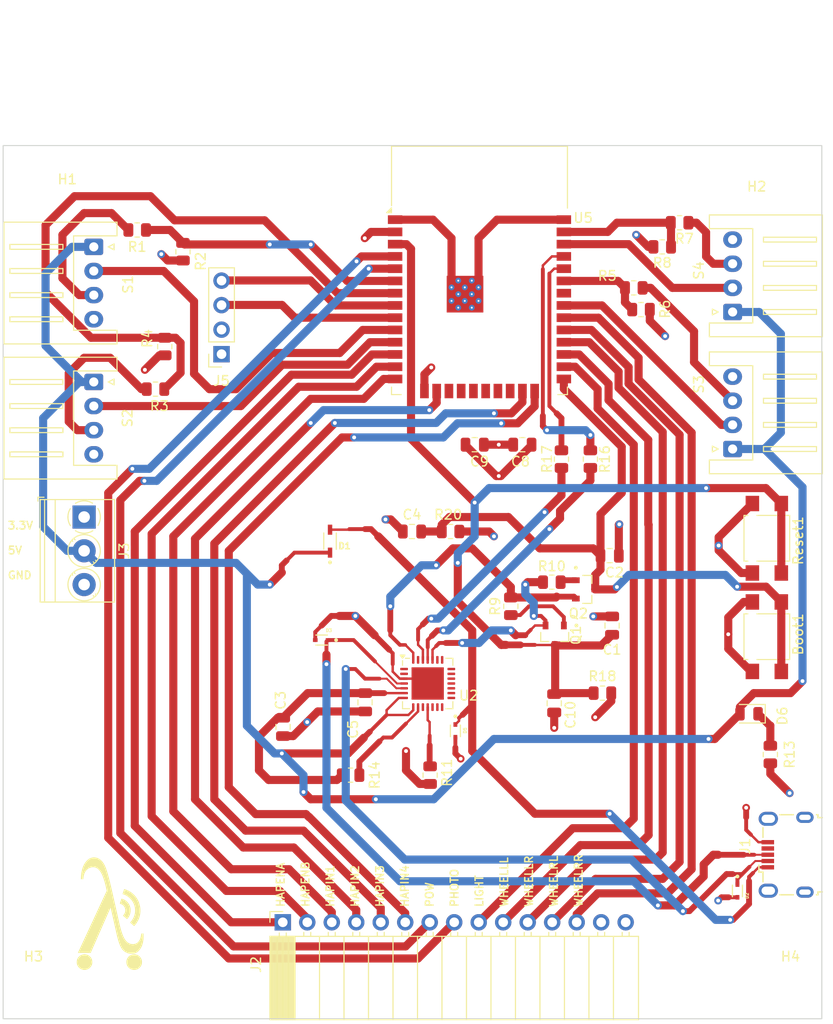
<source format=kicad_pcb>
(kicad_pcb (version 20240108) (generator "pcbnew") (generator_version "8.0")
  (layers (0 "F.Cu" signal) (1 "In1.Cu" power) (2 "In2.Cu" power) (31 "B.Cu" signal) (34 "B.Paste" user) (35 "F.Paste" user) (36 "B.SilkS" user "B.Silkscreen") (37 "F.SilkS" user "F.Silkscreen") (38 "B.Mask" user) (39 "F.Mask" user) (44 "Edge.Cuts" user))
  (net 0 "")
  (net 1 "GND")
  (net 2 "/EN")
  (net 3 "/Wheel_L_RPWM")
  (net 4 "+3.3V")
  (net 5 "+5V")
  (net 6 "/VBUS")
  (net 7 "/USB_DN")
  (net 8 "/USB_DP")
  (net 10 "/SCL")
  (net 11 "/SDA")
  (net 12 "Net-(Q1-Pad1)")
  (net 13 "/RTS")
  (net 14 "Net-(Q2-Pad1)")
  (net 15 "/DTR")
  (net 16 "Net-(S1-Pin_3)")
  (net 17 "/ECHO_1")
  (net 18 "Net-(S3-Pin_3)")
  (net 19 "/ECHO_3")
  (net 20 "Net-(S4-Pin_3)")
  (net 21 "/ECHO_4")
  (net 22 "/ACTIVE")
  (net 23 "Net-(U2-VDD)")
  (net 24 "/TXD0")
  (net 25 "/RXD")
  (net 26 "/RXD0")
  (net 27 "/TXD")
  (net 28 "/TRIG_1")
  (net 29 "/TRIG_3")
  (net 30 "/TRIG_4")
  (net 31 "/DCD")
  (net 32 "/RI")
  (net 45 "/CTS")
  (net 46 "/DSR")
  (net 47 "/Wheel_L_LPWM")
  (net 55 "/Wheel_R_RPWM")
  (net 56 "/Wheel_R_LPWM")
  (net 57 "/Haptics-ENB_PWM")
  (net 58 "/Haptics-IN2")
  (net 59 "Net-(U2-~{RST})")
  (net 60 "/Haptics-ENA_PWM")
  (net 61 "/Haptics-IN1")
  (net 62 "/P0W-IO13-16")
  (net 63 "/Haptics-IN3")
  (net 64 "/LIGHT-IO4-26")
  (net 65 "/Haptics-IN4")
  (net 66 "/BOOT")
  (net 67 "/PHOTO-IO2-24")
  (net 68 "Net-(S2-Pin_3)")
  (net 69 "/ECHO_2")
  (net 70 "/TRIG_2")
  (net 71 "Net-(D6-K)")
  (footprint "Connector_USB:USB_Micro-B_Wuerth_629105150521" (layer "F.Cu") (at 195.8 122 90)
    (property "Reference" "J1")
    (property "Value" "USB_B_Micro" (hide yes))
  )
  (footprint "Connector_PinSocket_2.54mm:PinSocket_1x04_P2.54mm_Vertical" (layer "F.Cu") (at 137.25 70.12 180)
    (property "Reference" "J5")
    (property "Value" "Conn_01x04_Socket" (hide yes))
  )
  (footprint "MountingHole:MountingHole_2.2mm_M2" (layer "F.Cu") (at 196.25 135.75)
    (property "Reference" "H4")
    (property "Value" "MountingHole" (hide yes))
  )
  (footprint "Resistor_SMD:R_0805_2012Metric" (layer "F.Cu") (at 182.95 59 180)
    (property "Reference" "R8")
    (property "Value" "2k")
  )
  (footprint "footprints:TRANS_SS8050-G" (layer "F.Cu") (at 171.8 99.25 -90)
    (property "Reference" "Q1")
    (property "Value" "SS8050-G" (hide yes))
  )
  (footprint "Capacitor_SMD:C_0805_2012Metric" (layer "F.Cu") (at 177.5 91)
    (property "Reference" "C2")
    (property "Value" "0.1uF")
  )
  (footprint "Capacitor_SMD:C_0805_2012Metric" (layer "F.Cu") (at 171.75 106.3 -90)
    (property "Reference" "C10")
    (property "Value" "0.1uF")
  )
  (footprint "Button_Switch_SMD:SW_SPST_TL3305A" (layer "F.Cu") (at 193.8 99.4 90)
    (property "Reference" "Boot1")
    (property "Value" "SW_Push" (hide yes))
  )
  (footprint "Resistor_SMD:R_0805_2012Metric" (layer "F.Cu") (at 158.88026 113.75 -90)
    (property "Reference" "R11")
    (property "Value" "10k")
  )
  (footprint "Resistor_SMD:R_0805_2012Metric" (layer "F.Cu") (at 131.3625 69.33125 -90)
    (property "Reference" "R4")
    (property "Value" "2k")
  )
  (footprint "Capacitor_SMD:C_0805_2012Metric" (layer "F.Cu") (at 143.63026 108.75 -90)
    (property "Reference" "C3")
    (property "Value" "4.7uF")
  )
  (footprint "Resistor_SMD:R_0805_2012Metric" (layer "F.Cu") (at 161 88.5 180)
    (property "Reference" "R20")
    (property "Value" "10k")
  )
  (footprint "Resistor_SMD:R_0805_2012Metric" (layer "F.Cu") (at 167.25 96.25 -90)
    (property "Reference" "R9")
    (property "Value" "10k")
  )
  (footprint "Resistor_SMD:R_0805_2012Metric" (layer "F.Cu") (at 150.63026 113.75 180)
    (property "Reference" "R14")
    (property "Value" "10k")
  )
  (footprint "Connector_JST:JST_XH_S4B-XH-A_1x04_P2.50mm_Horizontal" (layer "F.Cu") (at 190.25 65.75 90)
    (property "Reference" "S4")
    (property "Value" "Conn_01x04_Socket" (hide yes))
  )
  (footprint "Capacitor_SMD:C_0805_2012Metric" (layer "F.Cu") (at 152.13026 106.2 -90)
    (property "Reference" "C5")
    (property "Value" "0.1uF")
  )
  (footprint "footprints:TRANS_SS8050-G" (layer "F.Cu") (at 175 94.5)
    (property "Reference" "Q2")
    (property "Value" "SS8050-G" (hide yes))
  )
  (footprint "Resistor_SMD:R_0805_2012Metric" (layer "F.Cu") (at 171.5 93.75)
    (property "Reference" "R10")
    (property "Value" "10k")
  )
  (footprint "Button_Switch_SMD:SW_SPST_TL3305A" (layer "F.Cu") (at 193.8 89.2 90)
    (property "Reference" "Reset1")
    (property "Value" "SW_Push" (hide yes))
  )
  (footprint "TerminalBlock_Phoenix:TerminalBlock_Phoenix_PT-1,5-3-3.5-H_1x03_P3.50mm_Horizontal" (layer "F.Cu") (at 123 87 -90)
    (property "Reference" "J3")
    (property "Value" "Screw_Terminal_01x03" (hide yes))
  )
  (footprint "MountingHole:MountingHole_2.2mm_M2" (layer "F.Cu") (at 196.25 51.75)
    (property "Reference" "H2")
    (property "Value" "MountingHole" (hide yes))
  )
  (footprint "Resistor_SMD:R_0805_2012Metric" (layer "F.Cu") (at 184.75 56.5 180)
    (property "Reference" "R7")
    (property "Value" "1k")
  )
  (footprint "Resistor_SMD:R_0805_2012Metric" (layer "F.Cu") (at 128.5 57.25)
    (property "Reference" "R1")
    (property "Value" "1k")
  )
  (footprint "PCB design:lambda" (layer "F.Cu") (at 125.75 127.25)
    (property "Reference" "G***" (hide yes))
    (property "Value" "LOGO" (hide yes))
  )
  (footprint "Resistor_SMD:R_0805_2012Metric" (layer "F.Cu") (at 176.75 105.25 180)
    (property "Reference" "R18")
    (property "Value" "10k")
  )
  (footprint "Capacitor_SMD:C_0805_2012Metric" (layer "F.Cu") (at 168.45 79.5)
    (property "Reference" "C8")
    (property "Value" "22uF")
  )
  (footprint "Resistor_SMD:R_0805_2012Metric" (layer "F.Cu") (at 172.5 81 -90)
    (property "Reference" "R17")
    (property "Value" "0")
  )
  (footprint "Capacitor_SMD:C_0805_2012Metric" (layer "F.Cu") (at 177.75 98.25 90)
    (property "Reference" "C1")
    (property "Value" "0.1uF")
  )
  (footprint "Connector_JST:JST_XH_S4B-XH-A_1x04_P2.50mm_Horizontal" (layer "F.Cu") (at 124 73 -90)
    (property "Reference" "S2")
    (property "Value" "Conn_01x04_Socket" (hide yes))
  )
  (footprint "footprints:TVS_LESD5D5.0CT1G" (layer "F.Cu") (at 161.5 109.16 -90)
    (property "Reference" "D5")
    (property "Value" "LESD5D5.0CT1G")
  )
  (footprint "Connector_PinSocket_2.54mm:PinSocket_1x15_P2.54mm_Horizontal" (layer "F.Cu") (at 143.6 129 90)
    (property "Reference" "J2")
    (property "Value" "Conn_01x15_Socket" (hide yes))
  )
  (footprint "MountingHole:MountingHole_2.2mm_M2" (layer "F.Cu") (at 117.75 51.75)
    (property "Reference" "H1")
    (property "Value" "MountingHole" (hide yes))
  )
  (footprint "LED_SMD:LED_0805_2012Metric" (layer "F.Cu") (at 191.95 107.3875 180)
    (property "Reference" "D6")
    (property "Value" "Power-LED")
  )
  (footprint "RF_Module:ESP32-WROOM-32D" (layer "F.Cu") (at 164 64.43)
    (property "Reference" "U5")
    (property "Value" "ESP32-WROOM-32D" (hide yes))
  )
  (footprint "Resistor_SMD:R_0805_2012Metric" (layer "F.Cu") (at 133.25 59.5 -90)
    (property "Reference" "R2")
    (property "Value" "2k")
  )
  (footprint "footprints:SOD2513X120N" (layer "F.Cu") (at 148.5 89.5 90)
    (property "Reference" "D1")
    (property "Value" "BAT760-7")
  )
  (footprint "footprints:TVS_LESD5D5.0CT1G" (layer "F.Cu") (at 190.75 125.75 -90)
    (property "Reference" "D2")
    (property "Value" "LESD5D5.0CT1G" (hide yes))
  )
  (footprint "footprints:TVS_LESD5D5.0CT1G" (layer "F.Cu") (at 147.63026 99.75 180)
    (property "Reference" "D3")
    (property "Value" "LESD5D5.0CT1G" (hide yes))
  )
  (footprint "Resistor_SMD:R_0805_2012Metric" (layer "F.Cu") (at 130.4 73.74375)
    (property "Reference" "R3")
    (property "Value" "1k")
  )
  (footprint "Connector_JST:JST_XH_S4B-XH-A_1x04_P2.50mm_Horizontal" (layer "F.Cu") (at 124 59 -90)
    (property "Reference" "S1")
    (property "Value" "Conn_01x04_Socket" (hide yes))
  )
  (footprint "Capacitor_SMD:C_0805_2012Metric" (layer "F.Cu") (at 163.5 79.5 180)
    (property "Reference" "C9")
    (property "Value" "0.1uF")
  )
  (footprint "Resistor_SMD:R_0805_2012Metric" (layer "F.Cu") (at 180.75 65.5)
    (property "Reference" "R6")
    (property "Value" "2k")
  )
  (footprint "Package_DFN_QFN:QFN-28-1EP_5x5mm_P0.5mm_EP3.35x3.35mm" (layer "F.Cu") (at 158.63 104.25)
    (property "Reference" "U2")
    (property "Value" "CP2102N-Axx-xQFN28" (hide yes))
  )
  (footprint "Resistor_SMD:R_0805_2012Metric" (layer "F.Cu") (at 194.1625 111.6125 -90)
    (property "Reference" "R13")
    (property "Value" "1k")
  )
  (footprint "MountingHole:MountingHole_2.2mm_M2" (layer "F.Cu") (at 117.75 135.75)
    (property "Reference" "H3")
    (property "Value" "MountingHole" (hide yes))
  )
  (footprint "Connector_JST:JST_XH_S4B-XH-A_1x04_P2.50mm_Horizontal" (layer "F.Cu") (at 190.25 79.95 90)
    (property "Reference" "S3")
    (property "Value" "Conn_01x04_Socket" (hide yes))
  )
  (footprint "Resistor_SMD:R_0805_2012Metric" (layer "F.Cu") (at 175.5 81 -90)
    (property "Reference" "R16")
    (property "Value" "0")
  )
  (footprint "Capacitor_SMD:C_0805_2012Metric" (layer "F.Cu") (at 157 88.5 180)
    (property "Reference" "C4")
    (property "Value" "0.1uF")
  )
  (footprint "Resistor_SMD:R_0805_2012Metric" (layer "F.Cu") (at 180 63.25 180)
    (property "Reference" "R5")
    (property "Value" "1k")
  )
  (gr_rect (start 114.6 48.5) (end 199.5 139) (stroke (width 0.1)) (fill none) (layer "Edge.Cuts"))
  (gr_text "HAPENA\n\nHAPENB\n\nHAPIN1\n\nHAPIN2\n\nHAPIN3\n\nHAPIN4\n\nPOW\n\nPHOTO\n\nLIGHT\n\nWHEELLL\n\nWHEELLR\n\nWHEELRL\n\nWHEELRR" (at 174.75 127.5 90) (layer "F.SilkS") (effects (font (size 0.8 0.8)) (justify left bottom)))
  (gr_text "3.3V\n\n5V\n\nGND" (at 115 93.5 0) (layer "F.SilkS") (effects (font (size 0.8 0.8)) (justify left bottom)))
  (segment (start 162.05 112.05) (end 161.5 111.5) (width 0.608) (layer "F.Cu") (net 1))
  (segment (start 191.4 95.8) (end 192.3 95.8) (width 0.8382) (layer "F.Cu") (net 1))
  (segment (start 158.29 72.21) (end 159 71.5) (width 0.8382) (layer "F.Cu") (net 1))
  (segment (start 189.8 99.15) (end 189.8 100.65) (width 0.8382) (layer "F.Cu") (net 1))
  (segment (start 133.25 60.4125) (end 131.6625 60.4125) (width 0.8382) (layer "F.Cu") (net 1))
  (segment (start 192.155 119.925) (end 192.93 120.7) (width 0.25) (layer "F.Cu") (net 1))
  (segment (start 159.18 56.18) (end 161.1 58.1) (width 0.8382) (layer "F.Cu") (net 1))
  (segment (start 166.21102 82.75) (end 169.4 79.56102) (width 0.8382) (layer "F.Cu") (net 1))
  (segment (start 153.13026 99.25) (end 151.13026 97.25) (width 0.8382) (layer "F.Cu") (net 1))
  (segment (start 156.05 88.5) (end 154.8 87.25) (width 0.8382) (layer "F.Cu") (net 1))
  (segment (start 181.6625 65.5) (end 181.6625 66.6625) (width 0.8382) (layer "F.Cu") (net 1))
  (segment (start 157.79276 114.6625) (end 158.88026 114.6625) (width 0.8382) (layer "F.Cu") (net 1))
  (segment (start 158.29 73.94) (end 158.29 72.21) (width 0.8382) (layer "F.Cu") (net 1))
  (segment (start 182.0375 59) (end 181.5 59) (width 0.8382) (layer "F.Cu") (net 1))
  (segment (start 161.5 110.9) (end 161.5 109.80026) (width 0.402) (layer "F.Cu") (net 1))
  (segment (start 166 82.75) (end 166.21102 82.75) (width 0.8382) (layer "F.Cu") (net 1))
  (segment (start 169.4 79.56102) (end 169.4 79.5) (width 0.8382) (layer "F.Cu") (net 1))
  (segment (start 152.13026 107.15) (end 147.23026 107.15) (width 0.8382) (layer "F.Cu") (net 1))
  (segment (start 194.1625 113.6125) (end 196.1625 115.6125) (width 0.8382) (layer "F.Cu") (net 1))
  (segment (start 155 103.01974) (end 155.73026 103.75) (width 0.25) (layer "F.Cu") (net 1))
  (segment (start 131.6625 60.4125) (end 131 59.75) (width 0.8382) (layer "F.Cu") (net 1))
  (segment (start 188.8 89.1) (end 192.3 85.6) (width 0.8382) (layer "F.Cu") (net 1))
  (segment (start 171.75 108.85) (end 171.75 107.25) (width 0.8382) (layer "F.Cu") (net 1))
  (segment (start 154.63026 100.75) (end 153.13026 99.25) (width 0.605) (layer "F.Cu") (net 1))
  (segment (start 155 101.11974) (end 154.63026 100.75) (width 0.402) (layer "F.Cu") (net 1))
  (segment (start 181.5 59) (end 180.25 57.75) (width 0.8382) (layer "F.Cu") (net 1))
  (segment (start 156.38026 111.25) (end 156.38026 113.25) (width 0.8382) (layer "F.Cu") (net 1))
  (segment (start 178.45 91) (end 178.45 87.8) (width 0.8382) (layer "F.Cu") (net 1))
  (segment (start 155 102.25) (end 155 101.11974) (width 0.402) (layer "F.Cu") (net 1))
  (segment (start 129.3 71.74375) (end 130.8 70.24375) (width 0.8382) (layer "F.Cu") (net 1))
  (segment (start 144.68026 109.7) (end 146.13026 108.25) (width 0.8382) (layer "F.Cu") (net 1))
  (segment (start 189.8 99.15) (end 189.8 97.4) (width 0.8382) (layer "F.Cu") (net 1))
  (segment (start 189.8 100.65) (end 192.15 103) (width 0.8382) (layer "F.Cu") (net 1))
  (segment (start 147.63026 98.25) (end 146.97026 98.91) (width 0.402) (layer "F.Cu") (net 1))
  (segment (start 154.8 87.25) (end 154.25 87.25) (width 0.8382) (layer "F.Cu") (net 1))
  (segment (start 156.18 103.75) (end 158.13 103.75) (width 0.25) (layer "F.Cu") (net 1))
  (segment (start 148.63026 97.25) (end 149.47026 97.25) (width 0.605) (layer "F.Cu") (net 1))
  (segment (start 163.9 58.1) (end 163.9 62.5) (width 0.8382) (layer "F.Cu") (net 1))
  (segment (start 156.38026 113.25) (end 157.79276 114.6625) (width 0.8382) (layer "F.Cu") (net 1))
  (segment (start 189.8 97.4) (end 191.4 95.8) (width 0.8382) (layer "F.Cu") (net 1))
  (segment (start 191.15 92.8) (end 192.3 92.8) (width 0.8382) (layer "F.Cu") (net 1))
  (segment (start 143.63026 109.7) (end 144.68026 109.7) (width 0.8382) (layer "F.Cu") (net 1))
  (segment (start 155 102.25) (end 155 103.01974) (width 0.25) (layer "F.Cu") (net 1))
  (segment (start 191.655 117.125) (end 191.655 118.125) (width 0.605) (layer "F.Cu") (net 1))
  (segment (start 165.73898 82.75) (end 162.55 79.56102) (width 0.8382) (layer "F.Cu") (net 1))
  (segment (start 155.73026 103.75) (end 156.18 103.75) (width 0.25) (layer "F.Cu") (net 1))
  (segment (start 149.47026 97.25) (end 151.13026 97.25) (width 0.8382) (layer "F.Cu") (net 1))
  (segment (start 194.1625 112.525) (end 194.1625 113.6125) (width 0.8382) (layer "F.Cu") (net 1))
  (segment (start 166 82.75) (end 165.73898 82.75) (width 0.8382) (layer "F.Cu") (net 1))
  (segment (start 192.93 120.7) (end 193.9 120.7) (width 0.25) (layer "F.Cu") (net 1))
  (segment (start 181.6625 66.6625) (end 183.25 68.25) (width 0.8382) (layer "F.Cu") (net 1))
  (segment (start 191.655 119.425) (end 191.655 118.125) (width 0.402) (layer "F.Cu") (net 1))
  (segment (start 161.5 111.5) (end 161.5 110.9) (width 0.608) (layer "F.Cu") (net 1))
  (segment (start 188.8 89.95) (end 188.8 89.1) (width 0.8382) (layer "F.Cu") (net 1))
  (segment (start 177.75 97.3) (end 175.8 97.3) (width 0.8382) (layer "F.Cu") (net 1))
  (segment (start 130.8 70.24375) (end 131.3625 70.24375) (width 0.8382) (layer "F.Cu") (net 1))
  (segment (start 147.63026 98.25) (end 148.63026 97.25) (width 0.605) (layer "F.Cu") (net 1))
  (segment (start 165.82 56.18) (end 163.9 58.1) (width 0.8382) (layer "F.Cu") (net 1))
  (segment (start 146.97026 98.91) (end 146.97026 99.75) (width 0.402) (layer "F.Cu") (net 1))
  (segment (start 192.155 119.925) (end 191.655 119.425) (width 0.402) (layer "F.Cu") (net 1))
  (segment (start 158.13 103.75) (end 158.63 104.25) (width 0.25) (layer "F.Cu") (net 1))
  (segment (start 161.1 58.1) (end 161.1 62.5) (width 0.8382) (layer "F.Cu") (net 1))
  (segment (start 190.75 126.41) (end 189.84 126.41) (width 0.402) (layer "F.Cu") (net 1))
  (segment (start 188.8 90.45) (end 191.15 92.8) (width 0.8382) (layer "F.Cu") (net 1))
  (segment (start 155.25 56.18) (end 159.18 56.18) (width 0.8382) (layer "F.Cu") (net 1))
  (segment (start 178.45 87.8) (end 178.5 87.75) (width 0.8382) (layer "F.Cu") (net 1))
  (segment (start 188.8 89.95) (end 188.8 90.45) (width 0.8382) (layer "F.Cu") (net 1))
  (segment (start 172.75 56.18) (end 165.82 56.18) (width 0.8382) (layer "F.Cu") (net 1))
  (segment (start 189.84 126.41) (end 189.09 126.41) (width 0.605) (layer "F.Cu") (net 1))
  (segment (start 189.09 126.41) (end 188.75 126.75) (width 0.605) (layer "F.Cu") (net 1))
  (segment (start 147.23026 107.15) (end 146.13026 108.25) (width 0.8382) (layer "F.Cu") (net 1))
  (via (at 166 82.75) (size 0.8) (drill 0.4) (layers "F.Cu" "B.Cu") (remove_unused_layers yes) (zone_layer_connections "In1.Cu") (net 1))
  (via (at 151.13026 97.25) (size 0.8) (drill 0.4) (layers "F.Cu" "B.Cu") (net 1))
  (via (at 171.75 108.85) (size 0.8) (drill 0.4) (layers "F.Cu" "B.Cu") (remove_unused_layers yes) (zone_layer_connections "In1.Cu") (net 1))
  (via (at 178.5 87.75) (size 0.8) (drill 0.4) (layers "F.Cu" "B.Cu") (net 1))
  (via (at 146.13026 108.25) (size 0.8) (drill 0.4) (layers "F.Cu" "B.Cu") (net 1))
  (via (at 189.8 99.15) (size 0.8) (drill 0.4) (layers "F.Cu" "B.Cu") (remove_unused_layers yes) (zone_layer_connections "In1.Cu") (net 1))
  (via (at 154.25 87.25) (size 0.8) (drill 0.4) (layers "F.Cu" "B.Cu") (net 1))
  (via (at 183.25 68.25) (size 0.8) (drill 0.4) (layers "F.Cu" "B.Cu") (net 1))
  (via (at 175.8 97.3) (size 0.8) (drill 0.4) (layers "F.Cu" "B.Cu") (net 1))
  (via (at 196.1625 115.6125) (size 0.8) (drill 0.4) (layers "F.Cu" "B.Cu") (net 1))
  (via (at 156.38026 111.25) (size 0.8) (drill 0.4) (layers "F.Cu" "B.Cu") (remove_unused_layers yes) (zone_layer_connections "In1.Cu") (net 1))
  (via (at 191.655 117.125) (size 0.8) (drill 0.4) (layers "F.Cu" "B.Cu") (remove_unused_layers yes) (zone_layer_connections "In1.Cu") (net 1))
  (via (at 180.25 57.75) (size 0.8) (drill 0.4) (layers "F.Cu" "B.Cu") (net 1))
  (via (at 188.8 89.95) (size 0.8) (drill 0.4) (layers "F.Cu" "B.Cu") (net 1))
  (via (at 131 59.75) (size 0.8) (drill 0.4) (layers "F.Cu" "B.Cu") (net 1))
  (via (at 162.05 112.05) (size 0.8) (drill 0.4) (layers "F.Cu" "B.Cu") (remove_unused_layers yes) (zone_layer_connections "In1.Cu") (net 1))
  (via (at 159 71.5) (size 0.8) (drill 0.4) (layers "F.Cu" "B.Cu") (remove_unused_layers yes) (zone_layer_connections "In1.Cu") (net 1))
  (via (at 129.3 71.74375) (size 0.8) (drill 0.4) (layers "F.Cu" "B.Cu") (remove_unused_layers yes) (zone_layer_connections "In1.Cu") (net 1))
  (via (at 188.75 126.75) (size 0.8) (drill 0.4) (layers "F.Cu" "B.Cu") (net 1))
  (segment (start 171.85 105.25) (end 171.85 100.31) (width 0.8382) (layer "F.Cu") (net 2))
  (segment (start 195.3 85.6) (end 195.3 92.8) (width 0.8382) (layer "F.Cu") (net 2))
  (segment (start 193.7 84) (end 195.3 85.6) (width 0.8382) (layer "F.Cu") (net 2))
  (segment (start 187.5 84) (end 193.7 84) (width 0.8382) (layer "F.Cu") (net 2))
  (segment (start 171.85 105.25) (end 171.75 105.35) (width 0.8382) (layer "F.Cu") (net 2))
  (segment (start 171.85 105.25) (end 171.8 105.3) (width 0.25) (layer "F.Cu") (net 2))
  (segment (start 166.27 100.25) (end 166.75 100.25) (width 0.25) (layer "F.Cu") (net 2))
  (segment (start 171.85 100.31) (end 176.64 100.31) (width 0.8382) (layer "F.Cu") (net 2))
  (segment (start 166.27 100.25) (end 166.25 100.25) (width 0.8382) (layer "F.Cu") (net 2))
  (segment (start 176.64 100.31) (end 177.75 99.2) (width 0.8382) (layer "F.Cu") (net 2))
  (segment (start 163.5 85.5) (end 156.9 78.9) (width 0.8382) (layer "F.Cu") (net 2))
  (segment (start 156.9 59.2018) (end 156.4182 58.72) (width 0.8382) (layer "F.Cu") (net 2))
  (segment (start 168.25 100.25) (end 166.75 100.25) (width 0.7) (layer "F.Cu") (net 2))
  (segment (start 171.85 100.31) (end 171.8 100.26) (width 0.8382) (layer "F.Cu") (net 2))
  (segment (start 156.9 78.9) (end 156.9 59.2018) (width 0.8382) (layer "F.Cu") (net 2))
  (segment (start 166.26 100.26) (end 166.27 100.25) (width 0.25) (layer "F.Cu") (net 2))
  (segment (start 171.8 100.26) (end 169.76 100.26) (width 0.25) (layer "F.Cu") (net 2))
  (segment (start 166.25 100.25) (end 161.75 95.75) (width 0.8382) (layer "F.Cu") (net 2))
  (segment (start 169.76 100.26) (end 169.75 100.25) (width 0.25) (layer "F.Cu") (net 2))
  (segment (start 156.4182 58.72) (end 155.25 58.72) (width 0.8382) (layer "F.Cu") (net 2))
  (segment (start 166.75 100.25) (end 166.27 100.25) (width 0.8382) (layer "F.Cu") (net 2))
  (segment (start 171.8 105.3) (end 171.75 105.35) (width 0.25) (layer "F.Cu") (net 2))
  (segment (start 175.8375 105.25) (end 171.85 105.25) (width 0.8382) (layer "F.Cu") (net 2))
  (segment (start 169.75 100.25) (end 168.25 100.25) (width 0.4) (layer "F.Cu") (net 2))
  (segment (start 161.75 95.75) (end 161.75 91.75) (width 0.8382) (layer "F.Cu") (net 2))
  (via (at 161.75 91.75) (size 0.8) (drill 0.4) (layers "F.Cu" "B.Cu") (remove_unused_layers yes) (net 2))
  (via (at 187.5 84) (size 0.8) (drill 0.4) (layers "F.Cu" "B.Cu") (net 2))
  (via (at 163.5 85.5) (size 0.8) (drill 0.4) (layers "F.Cu" "B.Cu") (remove_unused_layers yes) (net 2))
  (segment (start 165 84) (end 187.5 84) (width 0.8382) (layer "B.Cu") (net 2))
  (segment (start 163.5 89) (end 163.5 85.5) (width 0.8382) (layer "B.Cu") (net 2))
  (segment (start 161.75 91.75) (end 161.75 90.75) (width 0.8382) (layer "B.Cu") (net 2))
  (segment (start 161.75 90.75) (end 163.5 89) (width 0.8382) (layer "B.Cu") (net 2))
  (segment (start 163.5 85.5) (end 165 84) (width 0.8382) (layer "B.Cu") (net 2))
  (segment (start 183 78.186472) (end 183 121.75) (width 0.8382) (layer "F.Cu") (net 3))
  (segment (start 182.25 122.5) (end 175.5 122.5) (width 0.8382) (layer "F.Cu") (net 3))
  (segment (start 175.5 122.5) (end 169 129) (width 0.8382) (layer "F.Cu") (net 3))
  (segment (start 178.4236 71.9236) (end 178.4236 73.610072) (width 0.8382) (layer "F.Cu") (net 3))
  (segment (start 178.4236 73.610072) (end 183 78.186472) (width 0.8382) (layer "F.Cu") (net 3))
  (segment (start 175.38 68.88) (end 178.4236 71.9236) (width 0.8382) (layer "F.Cu") (net 3))
  (segment (start 183 121.75) (end 182.25 122.5) (width 0.8382) (layer "F.Cu") (net 3))
  (segment (start 172.75 68.88) (end 175.38 68.88) (width 0.8382) (layer "F.Cu") (net 3))
  (segment (start 165 88.5) (end 165.5 89) (width 0.8382) (layer "F.Cu") (net 4))
  (segment (start 152.75 57.45) (end 152.1 58.1) (width 0.8382) (layer "F.Cu") (net 4))
  (segment (start 166 79.5) (end 164.45 79.5) (width 0.8382) (layer "F.Cu") (net 4))
  (segment (start 155.25 57.45) (end 152.75 57.45) (width 0.8382) (layer "F.Cu") (net 4))
  (segment (start 166 79.5) (end 167.5 79.5) (width 0.8382) (layer "F.Cu") (net 4))
  (segment (start 161.9125 88.5) (end 165 88.5) (width 0.8382) (layer "F.Cu") (net 4))
  (segment (start 177.6625 106.0875) (end 177.6625 105.25) (width 0.8382) (layer "F.Cu") (net 4))
  (segment (start 176 107.75) (end 177.6625 106.0875) (width 0.8382) (layer "F.Cu") (net 4))
  (via (at 176 107.75) (size 0.8) (drill 0.4) (layers "F.Cu" "B.Cu") (remove_unused_layers yes) (zone_layer_connections "In2.Cu") (net 4))
  (via (at 165.5 89) (size 0.8) (drill 0.4) (layers "F.Cu" "B.Cu") (net 4))
  (via (at 166 79.5) (size 0.8) (drill 0.4) (layers "F.Cu" "B.Cu") (remove_unused_layers yes) (zone_layer_connections "In2.Cu") (net 4))
  (via (at 152.1 58.1) (size 0.8) (drill 0.4) (layers "F.Cu" "B.Cu") (remove_unused_layers yes) (zone_layer_connections "In2.Cu") (net 4))
  (segment (start 145.75 115.5) (end 146.5 116.25) (width 0.8382) (layer "F.Cu") (net 5))
  (segment (start 154.367825 107.512435) (end 154.367825 107.012435) (width 0.25) (layer "F.Cu") (net 5))
  (segment (start 155.63026 105.75) (end 156.18 105.75) (width 0.25) (layer "F.Cu") (net 5))
  (segment (start 196.25 105.25) (end 192.450001 105.25) (width 0.8382) (layer "F.Cu") (net 5))
  (segment (start 188.4 110) (end 187.75 110) (width 0.8382) (layer "F.Cu") (net 5))
  (segment (start 157.13 106.7) (end 157.13 107.013344) (width 0.25) (layer "F.Cu") (net 5))
  (segment (start 154.367825 107.012435) (end 155.63026 105.75) (width 0.25) (layer "F.Cu") (net 5))
  (segment (start 191.0125 107.3875) (end 188.4 110) (width 0.8382) (layer "F.Cu") (net 5))
  (segment (start 191.0125 106.687501) (end 191.0125 107.3875) (width 0.8382) (layer "F.Cu") (net 5))
  (segment (start 143.5 92) (end 143.5 92.75) (width 0.605) (layer "F.Cu") (net 5))
  (segment (start 152.63026 109.25) (end 154.367825 107.512435) (width 0.402) (layer "F.Cu") (net 5))
  (segment (start 144 91.5) (end 144.81 90.69) (width 0.402) (layer "F.Cu") (net 5))
  (segment (start 150.38026 111.5) (end 143.5 111.5) (width 0.8382) (layer "F.Cu") (net 5))
  (segment (start 142.25 94) (end 143.5 92.75) (width 0.8382) (layer "F.Cu") (net 5))
  (segment (start 152.00526 109.875) (end 152.63026 109.25) (width 0.605) (layer "F.Cu") (net 5))
  (segment (start 197.5 104) (end 196.25 105.25) (width 0.8382) (layer "F.Cu") (net 5))
  (segment (start 157.13 107.013344) (end 156.630909 107.512435) (width 0.25) (layer "F.Cu") (net 5))
  (segment (start 144.81 90.69) (end 148.5 90.69) (width 0.402) (layer "F.Cu") (net 5))
  (segment (start 144 91.5) (end 143.5 92) (width 0.605) (layer "F.Cu") (net 5))
  (segment (start 192.450001 105.25) (end 191.0125 106.687501) (width 0.8382) (layer "F.Cu") (net 5))
  (segment (start 156.630909 107.512435) (end 154.367825 107.512435) (width 0.25) (layer "F.Cu") (net 5))
  (segment (start 152.00526 109.875) (end 150.38026 111.5) (width 0.8382) (layer "F.Cu") (net 5))
  (segment (start 146.5 116.25) (end 153.25 116.25) (width 0.8382) (layer "F.Cu") (net 5))
  (via (at 187.75 110) (size 0.8) (drill 0.4) (layers "F.Cu" "B.Cu") (net 5))
  (via (at 145.75 115.5) (size 0.8) (drill 0.4) (layers "F.Cu" "B.Cu") (net 5))
  (via (at 142.25 94) (size 0.8) (drill 0.4) (layers "F.Cu" "B.Cu") (net 5))
  (via (at 153.25 116.25) (size 0.8) (drill 0.4) (layers "F.Cu" "B.Cu") (net 5))
  (via (at 143.5 111.5) (size 0.8) (drill 0.4) (layers "F.Cu" "B.Cu") (net 5))
  (via (at 197.5 104) (size 0.8) (drill 0.4) (layers "F.Cu" "B.Cu") (net 5))
  (segment (start 193 65.75) (end 195.25 68) (width 0.8382) (layer "B.Cu") (net 5))
  (segment (start 197.5 104) (end 197.5 83.9) (width 0.8382) (layer "B.Cu") (net 5))
  (segment (start 122.5 73) (end 124 73) (width 0.8382) (layer "B.Cu") (net 5))
  (segment (start 145.75 113.75) (end 143.5 111.5) (width 0.8382) (layer "B.Cu") (net 5))
  (segment (start 121.75 59) (end 124 59) (width 0.8382) (layer "B.Cu") (net 5))
  (segment (start 124.25 91.75) (end 123 90.5) (width 0.8382) (layer "B.Cu") (net 5))
  (segment (start 139.875 108.625) (end 139.875 92.875) (width 0.8382) (layer "B.Cu") (net 5))
  (segment (start 193.55 79.95) (end 192.5 79.95) (width 0.8382) (layer "B.Cu") (net 5))
  (segment (start 142.25 94) (end 141 94) (width 0.8382) (layer "B.Cu") (net 5))
  (segment (start 190.25 65.75) (end 193 65.75) (width 0.8382) (layer "B.Cu") (net 5))
  (segment (start 121.25 90.5) (end 118.75 88) (width 0.8382) (layer "B.Cu") (net 5))
  (segment (start 119 69.25) (end 119 61.75) (width 0.8382) (layer "B.Cu") (net 5))
  (segment (start 118.75 88) (end 118.75 76.75) (width 0.8382) (layer "B.Cu") (net 5))
  (segment (start 197.5 83.9) (end 193.55 79.95) (width 0.8382) (layer "B.Cu") (net 5))
  (segment (start 141 94) (end 138.75 91.75) (width 0.8382) (layer "B.Cu") (net 5))
  (segment (start 123 90.5) (end 121.25 90.5) (width 0.8382) (layer "B.Cu") (net 5))
  (segment (start 145.75 115.5) (end 145.75 113.75) (width 0.8382) (layer "B.Cu") (net 5))
  (segment (start 195.25 68) (end 195.25 78.25) (width 0.8382) (layer "B.Cu") (net 5))
  (segment (start 118.75 76.75) (end 122.5 73) (width 0.8382) (layer "B.Cu") (net 5))
  (segment (start 122.75 73) (end 119 69.25) (width 0.8382) (layer "B.Cu") (net 5))
  (segment (start 187.75 110) (end 165.5 110) (width 0.8382) (layer "B.Cu") (net 5))
  (segment (start 192.5 79.95) (end 190.25 79.95) (width 0.8382) (layer "B.Cu") (net 5))
  (segment (start 143.5 111.5) (end 142.75 111.5) (width 0.8382) (layer "B.Cu") (net 5))
  (segment (start 138.75 91.75) (end 124.25 91.75) (width 0.8382) (layer "B.Cu") (net 5))
  (segment (start 195.25 78.25) (end 193.55 79.95) (width 0.8382) (layer "B.Cu") (net 5))
  (segment (start 142.75 111.5) (end 139.875 108.625) (width 0.8382) (layer "B.Cu") (net 5))
  (segment (start 159.25 116.25) (end 153.25 116.25) (width 0.8382) (layer "B.Cu") (net 5))
  (segment (start 119 61.75) (end 121.75 59) (width 0.8382) (layer "B.Cu") (net 5))
  (segment (start 165.5 110) (end 159.25 116.25) (width 0.8382) (layer "B.Cu") (net 5))
  (segment (start 124 73) (end 122.75 73) (width 0.8382) (layer "B.Cu") (net 5))
  (segment (start 169.75 117.75) (end 177.5 117.75) (width 0.8382) (layer "F.Cu") (net 6))
  (segment (start 161.875 108.125) (end 161.5 108.5) (width 0.25) (layer "F.Cu") (net 6))
  (segment (start 152.75 88.25) (end 152.13026 88.25) (width 0.605) (layer "F.Cu") (net 6))
  (segment (start 162.2 107.5) (end 162.25 107.5) (width 0.405) (layer "F.Cu") (net 6))
  (segment (start 163.25 106.5) (end 162.25 107.5) (width 0.605) (layer "F.Cu") (net 6))
  (segment (start 191.955 124.295) (end 192.375 123.875) (width 0.402) (layer "F.Cu") (net 6))
  (segment (start 150.44 88.31) (end 150.5 88.25) (width 0.25) (layer "F.Cu") (net 6))
  (segment (start 152.13026 88.25) (end 150.5 88.25) (width 0.402) (layer "F.Cu") (net 6))
  (segment (start 163.25 111.25) (end 163.5 111.5) (width 0.8382) (layer "F.Cu") (net 6))
  (segment (start 161.875 107.825) (end 161.875 108.125) (width 0.25) (layer "F.Cu") (net 6))
  (segment (start 192.375 123.875) (end 192.95 123.3) (width 0.25) (layer "F.Cu") (net 6))
  (segment (start 190 128.75) (end 190.3025 128.75) (width 0.605) (layer "F.Cu") (net 6))
  (segment (start 191.955 124.725) (end 191.955 124.295) (width 0.402) (layer "F.Cu") (net 6))
  (segment (start 191.955 127.0975) (end 191.955 124.725) (width 0.605) (layer "F.Cu") (net 6))
  (segment (start 148.5 88.31) (end 150.44 88.31) (width 0.25) (layer "F.Cu") (net 6))
  (segment (start 153.5 89) (end 163.25 98.75) (width 0.8382) (layer "F.Cu") (net 6))
  (segment (start 163.25 98.75) (end 163.25 111.25) (width 0.8382) (layer "F.Cu") (net 6))
  (segment (start 192.95 123.3) (end 193.38 123.3) (width 0.25) (layer "F.Cu") (net 6))
  (segment (start 190.3025 128.75) (end 191.955 127.0975) (width 0.605) (layer "F.Cu") (net 6))
  (segment (start 153.5 89) (end 152.75 88.25) (width 0.605) (layer "F.Cu") (net 6))
  (segment (start 163.5 111.5) (end 169.75 117.75) (width 0.8382) (layer "F.Cu") (net 6))
  (segment (start 161.875 107.825) (end 162.2 107.5) (width 0.405) (layer "F.Cu") (net 6))
  (via (at 177.5 117.75) (size 0.8) (drill 0.4) (layers "F.Cu" "B.Cu") (net 6))
  (via (at 190 128.75) (size 0.8) (drill 0.4) (layers "F.Cu" "B.Cu") (net 6))
  (segment (start 188.5 128.75) (end 177.5 117.75) (width 0.8382) (layer "B.Cu") (net 6))
  (segment (start 190 128.75) (end 188.5 128.75) (width 0.8382) (layer "B.Cu") (net 6))
  (segment (start 192 123.25) (end 192.6 122.65) (width 0.2) (layer "F.Cu") (net 7))
  (segment (start 189.625 124) (end 190.25 124) (width 0.605) (layer "F.Cu") (net 7))
  (segment (start 151.13026 102.75) (end 150.13026 102.75) (width 0.402) (layer "F.Cu") (net 7))
  (segment (start 153.63026 103.75) (end 152.13026 103.75) (width 0.402) (layer "F.Cu") (net 7))
  (segment (start 191.125 124.125) (end 190.75 124.5) (width 0.402) (layer "F.Cu") (net 7))
  (segment (start 153.13026 103.75) (end 154.38026 103.75) (width 0.2) (layer "F.Cu") (net 7))
  (segment (start 192.6 122.65) (end 193.9 122.65) (width 0.2) (layer "F.Cu") (net 7))
  (segment (start 185.779387 127.845613) (end 189.625 124) (width 0.605) (layer "F.Cu") (net 7))
  (segment (start 192 123.25) (end 191.125 124.125) (width 0.402) (layer "F.Cu") (net 7))
  (segment (start 155.38026 104.75) (end 156.18 104.75) (width 0.2) (layer "F.Cu") (net 7))
  (segment (start 152.13026 103.75) (end 151.13026 102.75) (width 0.402) (layer "F.Cu") (net 7))
  (segment (start 190.75 124.5) (end 190.75 125.09) (width 0.402) (layer "F.Cu") (net 7))
  (segment (start 191.25 124) (end 190 124) (width 0.402) (layer "F.Cu") (net 7))
  (segment (start 185.095613 127.845613) (end 185.779387 127.845613) (width 0.605) (layer "F.Cu") (net 7))
  (segment (start 154.38026 103.75) (end 155.38026 104.75) (width 0.2) (layer "F.Cu") (net 7))
  (via (at 150.13026 102.75) (size 0.8) (drill 0.4) (layers "F.Cu" "B.Cu") (remove_unused_layers yes) (net 7))
  (via (at 185.095613 127.845613) (size 0.8) (drill 0.4) (layers "F.Cu" "B.Cu") (net 7))
  (segment (start 179.75 122.5) (end 156.25 122.5) (width 0.8382) (layer "B.Cu") (net 7))
  (segment (start 156.25 122.5) (end 150.13026 116.38026) (width 0.8382) (layer "B.Cu") (net 7))
  (segment (start 150.13026 116.38026) (end 150.13026 102.75) (width 0.8382) (layer "B.Cu") (net 7))
  (segment (start 185.095613 127.845613) (end 179.75 122.5) (width 0.8382) (layer "B.Cu") (net 7))
  (segment (start 191.4 122) (end 192.5 122) (width 0.402) (layer "F.Cu") (net 8))
  (segment (start 153.163103 101.967157) (end 155.445946 104.25) (width 0.2) (layer "F.Cu") (net 8))
  (segment (start 187.25 123) (end 188.25 122) (width 0.8382) (layer "F.Cu") (net 8))
  (segment (start 182.5 127.25) (end 184.25 127.25) (width 0.8382) (layer "F.Cu") (net 8))
  (segment (start 153.163103 101.967157) (end 150.945946 99.75) (width 0.402) (layer "F.Cu") (net 8))
  (segment (start 148.13026 101.25) (end 148.13026 99.91) (width 0.402) (layer "F.Cu") (net 8))
  (segment (start 148.13026 99.91) (end 148.29026 99.75) (width 0.402) (layer "F.Cu") (net 8))
  (segment (start 187.25 124.25) (end 187.25 123) (width 0.8382) (layer "F.Cu") (net 8))
  (segment (start 150.945946 99.75) (end 148.29026 99.75) (width 0.402) (layer "F.Cu") (net 8))
  (segment (start 184.25 127.25) (end 187.25 124.25) (width 0.8382) (layer "F.Cu") (net 8))
  (segment (start 148.13026 102.25) (end 148.13026 101.25) (width 0.8382) (layer "F.Cu") (net 8))
  (segment (start 188.6 122) (end 191.4 122) (width 0.605) (layer "F.Cu") (net 8))
  (segment (start 188.25 122) (end 188.75 122) (width 0.8382) (layer "F.Cu") (net 8))
  (segment (start 192.5 122) (end 193.9 122) (width 0.2) (layer "F.Cu") (net 8))
  (segment (start 155.445946 104.25) (end 156.19526 104.25) (width 0.2) (layer "F.Cu") (net 8))
  (via (at 148.13026 102.25) (size 0.8) (drill 0.4) (layers "F.Cu" "B.Cu") (remove_unused_layers yes) (net 8))
  (via (at 182.5 127.25) (size 0.8) (drill 0.4) (layers "F.Cu" "B.Cu") (net 8))
  (segment (start 148.13026 117.13026) (end 148.13026 102.25) (width 0.8382) (layer "B.Cu") (net 8))
  (segment (start 182.5 127.25) (end 180 124.75) (width 0.8382) (layer "B.Cu") (net 8))
  (segment (start 155.75 124.75) (end 148.13026 117.13026) (width 0.8382) (layer "B.Cu") (net 8))
  (segment (start 180 124.75) (end 155.75 124.75) (width 0.8382) (layer "B.Cu") (net 8))
  (segment (start 155.25 66.34) (end 144.84 66.34) (width 0.8382) (layer "F.Cu") (net 10))
  (segment (start 137.27 65.02) (end 137.25 65.04) (width 0.8382) (layer "F.Cu") (net 10))
  (segment (start 143.52 65.02) (end 137.27 65.02) (width 0.8382) (layer "F.Cu") (net 10))
  (segment (start 144.84 66.34) (end 143.52 65.02) (width 0.8382) (layer "F.Cu") (net 10))
  (segment (start 137.25 62.5) (end 137.27 62.48) (width 0.8382) (layer "F.Cu") (net 11))
  (segment (start 137.27 62.48) (end 146.48 62.48) (width 0.8382) (layer "F.Cu") (net 11))
  (segment (start 146.48 62.48) (end 149.07 65.07) (width 0.8382) (layer "F.Cu") (net 11))
  (segment (start 149.07 65.07) (end 155.25 65.07) (width 0.8382) (layer "F.Cu") (net 11))
  (segment (start 167.25 97.1625) (end 168.21776 97.1625) (width 0.4) (layer "F.Cu") (net 12))
  (segment (start 169.13026 96.25) (end 171.63026 96.25) (width 0.4) (layer "F.Cu") (net 12))
  (segment (start 168.21776 97.1625) (end 169.13026 96.25) (width 0.4) (layer "F.Cu") (net 12))
  (segment (start 171.63026 96.25) (end 172.75 97.36974) (width 0.4) (layer "F.Cu") (net 12))
  (segment (start 172.75 97.36974) (end 172.75 98.24) (width 0.4) (layer "F.Cu") (net 12))
  (segment (start 169.31513 98.68487) (end 168.75 99.25) (width 0.4) (layer "F.Cu") (net 13))
  (segment (start 160.5 100.05) (end 159.83026 100.05) (width 0.402) (layer "F.Cu") (net 13))
  (segment (start 170.85 98.24) (end 170.85 97.71974) (width 0.402) (layer "F.Cu") (net 13))
  (segment (start 170.38026 97.25) (end 169.63026 97.25) (width 0.402) (layer "F.Cu") (net 13))
  (segment (start 169 93.75) (end 168.75 94) (width 0.8382) (layer "F.Cu") (net 13))
  (segment (start 159.13 100.75026) (end 159.13 101.8) (width 0.25) (layer "F.Cu") (net 13))
  (segment (start 167.75 99.25) (end 167.25 98.75) (width 0.8382) (layer "F.Cu") (net 13))
  (segment (start 159.83026 100.05) (end 159.50526 100.375) (width 0.402) (layer "F.Cu") (net 13))
  (segment (start 159.50526 100.375) (end 159.13 100.75026) (width 0.25) (layer "F.Cu") (net 13))
  (segment (start 170.85 97.71974) (end 170.38026 97.25) (width 0.402) (layer "F.Cu") (net 13))
  (segment (start 169.76 98.24) (end 170.85 98.24) (width 0.25) (layer "F.Cu") (net 13))
  (segment (start 168.75 99.25) (end 167.75 99.25) (width 0.605) (layer "F.Cu") (net 13))
  (segment (start 162.2 100.05) (end 160.5 100.05) (width 0.605) (layer "F.Cu") (net 13))
  (segment (start 170.5875 93.75) (end 169 93.75) (width 0.8382) (layer "F.Cu") (net 13))
  (segment (start 169.31513 98.68487) (end 169.76 98.24) (width 0.25) (layer "F.Cu") (net 13))
  (via (at 169.63026 97.25) (size 0.8) (drill 0.4) (layers "F.Cu" "B.Cu") (remove_unused_layers yes) (net 13))
  (via (at 162.2 100.05) (size 0.8) (drill 0.4) (layers "F.Cu" "B.Cu") (remove_unused_layers yes) (net 13))
  (via (at 168.75 94) (size 0.8) (drill 0.4) (layers "F.Cu" "B.Cu") (net 13))
  (via (at 167.25 98.75) (size 0.8) (drill 0.4) (layers "F.Cu" "B.Cu") (remove_unused_layers yes) (net 13))
  (segment (start 168.75 95) (end 168.75 94) (width 0.8382) (layer "B.Cu") (net 13))
  (segment (start 162.2 100.05) (end 163.95 100.05) (width 0.8382) (layer "B.Cu") (net 13))
  (segment (start 169.63026 97.25) (end 169.63026 95.88026) (width 0.8382) (layer "B.Cu") (net 13))
  (segment (start 165.25 98.75) (end 167.25 98.75) (width 0.8382) (layer "B.Cu") (net 13))
  (segment (start 169.63026 95.88026) (end 168.75 95) (width 0.8382) (layer "B.Cu") (net 13))
  (segment (start 163.95 100.05) (end 165.25 98.75) (width 0.8382) (layer "B.Cu") (net 13))
  (segment (start 172.6125 93.55) (end 172.4125 93.75) (width 0.605) (layer "F.Cu") (net 14))
  (segment (start 173.99 93.55) (end 172.6125 93.55) (width 0.605) (layer "F.Cu") (net 14))
  (segment (start 156.313604 100.25) (end 157.13 101.066396) (width 0.25) (layer "F.Cu") (net 15))
  (segment (start 157.13 101.066396) (end 157.13 101.8) (width 0.25) (layer "F.Cu") (net 15))
  (segment (start 172 95.25) (end 173.79 95.25) (width 0.607) (layer "F.Cu") (net 15))
  (segment (start 167.378 95.21) (end 167.25 95.338) (width 0.25) (layer "F.Cu") (net 15))
  (segment (start 171.9125 95.3375) (end 172 95.25) (width 0.8382) (layer "F.Cu") (net 15))
  (segment (start 155.75 100.25) (end 156.313604 100.25) (width 0.36) (layer "F.Cu") (net 15))
  (segment (start 154.75 99.25) (end 155.75 100.25) (width 0.402) (layer "F.Cu") (net 15))
  (segment (start 167.25 94.25) (end 167.25 95.3375) (width 0.8382) (layer "F.Cu") (net 15))
  (segment (start 173.79 95.25) (end 173.99 95.45) (width 0.607) (layer "F.Cu") (net 15))
  (segment (start 154.75 96.25) (end 154.75 98.75) (width 0.605) (layer "F.Cu") (net 15))
  (segment (start 167.25 95.3375) (end 171.9125 95.3375) (width 0.8382) (layer "F.Cu") (net 15))
  (segment (start 154.75 98.75) (end 154.75 99.25) (width 0.402) (layer "F.Cu") (net 15))
  (segment (start 163.25 90.25) (end 167.25 94.25) (width 0.8382) (layer "F.Cu") (net 15))
  (segment (start 159.5 92) (end 161.25 90.25) (width 0.8382) (layer "F.Cu") (net 15))
  (segment (start 161.25 90.25) (end 163.25 90.25) (width 0.8382) (layer "F.Cu") (net 15))
  (via (at 154.75 96.25) (size 0.8) (drill 0.4) (layers "F.Cu" "B.Cu") (remove_unused_layers yes) (net 15))
  (via (at 159.5 92) (size 0.8) (drill 0.4) (layers "F.Cu" "B.Cu") (remove_unused_layers yes) (net 15))
  (segment (start 154.75 95.25) (end 154.75 96.25) (width 0.8382) (layer "B.Cu") (net 15))
  (segment (start 158 92) (end 154.75 95.25) (width 0.8382) (layer "B.Cu") (net 15))
  (segment (start 159.5 92) (end 158 92) (width 0.8382) (layer "B.Cu") (net 15))
  (segment (start 122.5 64) (end 124 64) (width 0.8382) (layer "F.Cu") (net 16))
  (segment (start 125.8375 55.5) (end 123 55.5) (width 0.8382) (layer "F.Cu") (net 16))
  (segment (start 123 55.5) (end 120.75 57.75) (width 0.8382) (layer "F.Cu") (net 16))
  (segment (start 120.75 62.25) (end 122.5 64) (width 0.8382) (layer "F.Cu") (net 16))
  (segment (start 120.75 57.75) (end 120.75 62.25) (width 0.8382) (layer "F.Cu") (net 16))
  (segment (start 127.5875 57.25) (end 125.8375 55.5) (width 0.8382) (layer "F.Cu") (net 16))
  (segment (start 131.9125 57.25) (end 133.25 58.5875) (width 0.8382) (layer "F.Cu") (net 17))
  (segment (start 133.4125 58.75) (end 133.25 58.5875) (width 0.8382) (layer "F.Cu") (net 17))
  (segment (start 142.25 58.75) (end 133.4125 58.75) (width 0.8382) (layer "F.Cu") (net 17))
  (segment (start 155.25 62.53) (end 150.28 62.53) (width 0.8382) (layer "F.Cu") (net 17))
  (segment (start 150.28 62.53) (end 146.5 58.75) (width 0.8382) (layer "F.Cu") (net 17))
  (segment (start 129.4125 57.25) (end 131.9125 57.25) (width 0.8382) (layer "F.Cu") (net 17))
  (via (at 142.25 58.75) (size 0.8) (drill 0.4) (layers "F.Cu" "B.Cu") (net 17))
  (via (at 146.5 58.75) (size 0.8) (drill 0.4) (layers "F.Cu" "B.Cu") (net 17))
  (segment (start 146.5 58.75) (end 142.25 58.75) (width 0.8382) (layer "B.Cu") (net 17))
  (segment (start 181.75 63.25) (end 186.25 67.75) (width 0.8382) (layer "F.Cu") (net 18))
  (segment (start 186.25 70.95) (end 190.25 74.95) (width 0.8382) (layer "F.Cu") (net 18))
  (segment (start 180.9125 63.25) (end 181.75 63.25) (width 0.8382) (layer "F.Cu") (net 18))
  (segment (start 186.25 67.75) (end 186.25 70.95) (width 0.8382) (layer "F.Cu") (net 18))
  (segment (start 179.0875 63.25) (end 178.3675 62.53) (width 0.8382) (layer "F.Cu") (net 19))
  (segment (start 179.0875 64.75) (end 179.8375 65.5) (width 0.8382) (layer "F.Cu") (net 19))
  (segment (start 179.0875 63.25) (end 179.0875 64.75) (width 0.8382) (layer "F.Cu") (net 19))
  (segment (start 178.3675 62.53) (end 172.75 62.53) (width 0.8382) (layer "F.Cu") (net 19))
  (segment (start 186.5 56.5) (end 185.6625 56.5) (width 0.8382) (layer "F.Cu") (net 20))
  (segment (start 187.5 60) (end 187.5 57.5) (width 0.8382) (layer "F.Cu") (net 20))
  (segment (start 190.25 60.75) (end 188.25 60.75) (width 0.8382) (layer "F.Cu") (net 20))
  (segment (start 188.25 60.75) (end 187.5 60) (width 0.8382) (layer "F.Cu") (net 20))
  (segment (start 187.5 57.5) (end 186.5 56.5) (width 0.8382) (layer "F.Cu") (net 20))
  (segment (start 183.8625 59) (end 183.8625 56.525) (width 0.8382) (layer "F.Cu") (net 21))
  (segment (start 183.8625 56.525) (end 183.8375 56.5) (width 0.8382) (layer "F.Cu") (net 21))
  (segment (start 178.25 56.5) (end 177.3 57.45) (width 0.8382) (layer "F.Cu") (net 21))
  (segment (start 177.3 57.45) (end 172.75 57.45) (width 0.8382) (layer "F.Cu") (net 21))
  (segment (start 183.8375 56.5) (end 178.25 56.5) (width 0.8382) (layer "F.Cu") (net 21))
  (segment (start 158.83026 112.7875) (end 158.88026 112.8375) (width 0.608) (layer "F.Cu") (net 22))
  (segment (start 158.83026 109.65) (end 158.83026 110.65) (width 0.402) (layer "F.Cu") (net 22))
  (segment (start 158.83026 109.65) (end 158.83026 108.25) (width 0.25) (layer "F.Cu") (net 22))
  (segment (start 158.83026 108.25) (end 158.63 108.04974) (width 0.25) (layer "F.Cu") (net 22))
  (segment (start 158.83026 110.65) (end 158.83026 112.7875) (width 0.608) (layer "F.Cu") (net 22))
  (segment (start 158.63 108.04974) (end 158.63 106.7) (width 0.25) (layer "F.Cu") (net 22))
  (segment (start 152.13026 105.25) (end 154.13026 105.25) (width 0.605) (layer "F.Cu") (net 23))
  (segment (start 143.08026 107.8) (end 143.63026 107.8) (width 0.8382) (layer "F.Cu") (net 23))
  (segment (start 146.18026 105.25) (end 143.63026 107.8) (width 0.8382) (layer "F.Cu") (net 23))
  (segment (start 156.18 105.25) (end 154.13026 105.25) (width 0.25) (layer "F.Cu") (net 23))
  (segment (start 152.13026 105.25) (end 146.18026 105.25) (width 0.8382) (layer "F.Cu") (net 23))
  (segment (start 142.13026 114.25) (end 141.13026 113.25) (width 0.8382) (layer "F.Cu") (net 23))
  (segment (start 141.13026 109.75) (end 143.08026 107.8) (width 0.8382) (layer "F.Cu") (net 23))
  (segment (start 149.71776 113.75) (end 149.21776 114.25) (width 0.8382) (layer "F.Cu") (net 23))
  (segment (start 149.21776 114.25) (end 142.13026 114.25) (width 0.8382) (layer "F.Cu") (net 23))
  (segment (start 141.13026 113.25) (end 141.13026 109.75) (width 0.8382) (layer "F.Cu") (net 23))
  (segment (start 171.51 59.99) (end 172.75 59.99) (width 0.25) (layer "F.Cu") (net 24))
  (segment (start 170.571 60.929) (end 171.51 59.99) (width 0.25) (layer "F.Cu") (net 24))
  (segment (start 170.571 77.571) (end 170.571 76.5) (width 0.605) (layer "F.Cu") (net 24))
  (segment (start 175.5 80.0875) (end 175.5 78.5) (width 0.8382) (layer "F.Cu") (net 24))
  (segment (start 170.571 61.311) (end 170.571 60.929) (width 0.25) (layer "F.Cu") (net 24))
  (segment (start 170.571 76.5) (end 170.571 61.311) (width 0.402) (layer "F.Cu") (net 24))
  (segment (start 171 78) (end 170.571 77.571) (width 0.605) (layer "F.Cu") (net 24))
  (via (at 175.5 78.5) (size 0.8) (drill 0.4) (layers "F.Cu" "B.Cu") (net 24))
  (via (at 171 78) (size 0.8) (drill 0.4) (layers "F.Cu" "B.Cu") (net 24))
  (segment (start 175 78) (end 175.5 78.5) (width 0.8382) (layer "B.Cu") (net 24))
  (segment (start 171 78) (end 175 78) (width 0.8382) (layer "B.Cu") (net 24))
  (segment (start 172.35206 86.366176) (end 175.5 83.218236) (width 0.8382) (layer "F.Cu") (net 25))
  (segment (start 175.5 83.218236) (end 175.5 81.9125) (width 0.8382) (layer "F.Cu") (net 25))
  (segment (start 158.63 100.5) (end 158.63 101.8) (width 0.25) (layer "F.Cu") (net 25))
  (segment (start 172.35206 87.14794) (end 172.35206 86.366176) (width 0.8382) (layer "F.Cu") (net 25))
  (segment (start 158.63 99.75) (end 158.63 100.5) (width 0.402) (layer "F.Cu") (net 25))
  (segment (start 159.065 99.315) (end 159.63 98.75) (width 0.605) (layer "F.Cu") (net 25))
  (segment (start 171.25 88.25) (end 172.35206 87.14794) (width 0.8382) (layer "F.Cu") (net 25))
  (segment (start 159.065 99.315) (end 158.63 99.75) (width 0.402) (layer "F.Cu") (net 25))
  (segment (start 159.63 98.75) (end 160.25 98.75) (width 0.605) (layer "F.Cu") (net 25))
  (via (at 171.25 88.25) (size 0.8) (drill 0.4) (layers "F.Cu" "B.Cu") (net 25))
  (via (at 160.25 98.75) (size 0.8) (drill 0.4) (layers "F.Cu" "B.Cu") (remove_unused_layers yes) (net 25))
  (segment (start 171.25 88.25) (end 160.75 98.75) (width 0.8382) (layer "B.Cu") (net 25))
  (segment (start 160.75 98.75) (end 160.25 98.75) (width 0.8382) (layer "B.Cu") (net 25))
  (segment (start 171.75 61.26) (end 171.25 61.76) (width 0.25) (layer "F.Cu") (net 26))
  (segment (start 172 76.25) (end 172.5 76.75) (width 0.605) (layer "F.Cu") (net 26))
  (segment (start 172 76.25) (end 171.25 75.5) (width 0.402) (layer "F.Cu") (net 26))
  (segment (start 172.5 76.75) (end 172.5 80.0875) (width 0.605) (layer "F.Cu") (net 26))
  (segment (start 171.25 75.5) (end 171.25 61.76) (width 0.402) (layer "F.Cu") (net 26))
  (segment (start 172.75 61.26) (end 171.75 61.26) (width 0.25) (layer "F.Cu") (net 26))
  (segment (start 158.13 100.743876) (end 158.13 101.8) (width 0.25) (layer "F.Cu") (net 27))
  (segment (start 172.5 84.75) (end 170.75 86.5) (width 0.8382) (layer "F.Cu") (net 27))
  (segment (start 159 97.530483) (end 158.719517 97.530483) (width 0.605) (layer "F.Cu") (net 27))
  (segment (start 157.633192 98.616808) (end 157.633192 99.75) (width 0.402) (layer "F.Cu") (net 27))
  (segment (start 158.125 98.125) (end 157.633192 98.616808) (width 0.402) (layer "F.Cu") (net 27))
  (segment (start 158.719517 97.530483) (end 158.125 98.125) (width 0.605) (layer "F.Cu") (net 27))
  (segment (start 157.633192 99.75) (end 157.633192 100.247068) (width 0.25) (layer "F.Cu") (net 27))
  (segment (start 157.633192 100.247068) (end 158.13 100.743876) (width 0.25) (layer "F.Cu") (net 27))
  (segment (start 172.5 81.9125) (end 172.5 84.75) (width 0.8382) (layer "F.Cu") (net 27))
  (via (at 170.75 86.5) (size 0.8) (drill 0.4) (layers "F.Cu" "B.Cu") (remove_unused_layers yes) (net 27))
  (via (at 159 97.530483) (size 0.8) (drill 0.4) (layers "F.Cu" "B.Cu") (remove_unused_layers yes) (net 27))
  (segment (start 159.719517 97.530483) (end 159 97.530483) (width 0.8382) (layer "B.Cu") (net 27))
  (segment (start 170.75 86.5) (end 159.719517 97.530483) (width 0.8382) (layer "B.Cu") (net 27))
  (segment (start 149.5 70) (end 142.5 70) (width 0.8382) (layer "F.Cu") (net 28))
  (segment (start 155.25 67.61) (end 151.89 67.61) (width 0.8382) (layer "F.Cu") (net 28))
  (segment (start 131.25 61.5) (end 124 61.5) (width 0.8382) (layer "F.Cu") (net 28))
  (segment (start 142.5 70) (end 138.75 73.75) (width 0.8382) (layer "F.Cu") (net 28))
  (segment (start 136 73.75) (end 134.4 72.15) (width 0.8382) (layer "F.Cu") (net 28))
  (segment (start 138.75 73.75) (end 136 73.75) (width 0.8382) (layer "F.Cu") (net 28))
  (segment (start 134.4 72.15) (end 134.4 64.65) (width 0.8382) (layer "F.Cu") (net 28))
  (segment (start 151.89 67.61) (end 149.5 70) (width 0.8382) (layer "F.Cu") (net 28))
  (segment (start 134.4 64.65) (end 131.25 61.5) (width 0.8382) (layer "F.Cu") (net 28))
  (segment (start 190.25 77.45) (end 189.08898 77.45) (width 0.8382) (layer "F.Cu") (net 29))
  (segment (start 176.70898 65.07) (end 172.75 65.07) (width 0.8382) (layer "F.Cu") (net 29))
  (segment (start 189.08898 77.45) (end 176.70898 65.07) (width 0.8382) (layer "F.Cu") (net 29))
  (segment (start 184 63.25) (end 179.47 58.72) (width 0.8382) (layer "F.Cu") (net 30))
  (segment (start 179.47 58.72) (end 172.75 58.72) (width 0.8382) (layer "F.Cu") (net 30))
  (segment (start 190.25 63.25) (end 184 63.25) (width 0.8382) (layer "F.Cu") (net 30))
  (segment (start 180.5 121) (end 174.46 121) (width 0.8382) (layer "F.Cu") (net 47))
  (segment (start 181.5 79) (end 181.5 87.75) (width 0.8382) (layer "F.Cu") (net 47))
  (segment (start 174.3382 70.15) (end 177.3854 73.1972) (width 0.8382) (layer "F.Cu") (net 47))
  (segment (start 181.5 87.75) (end 181.5382 87.7882) (width 0.8382) (layer "F.Cu") (net 47))
  (segment (start 181.5382 87.7882) (end 181.5382 119.9618) (width 0.8382) (layer "F.Cu") (net 47))
  (segment (start 172.75 70.15) (end 174.3382 70.15) (width 0.8382) (layer "F.Cu") (net 47))
  (segment (start 177.3854 74.8854) (end 181.5 79) (width 0.8382) (layer "F.Cu") (net 47))
  (segment (start 174.46 121) (end 166.46 129) (width 0.8382) (layer "F.Cu") (net 47))
  (segment (start 177.3854 73.1972) (end 177.3854 74.8854) (width 0.8382) (layer "F.Cu") (net 47))
  (segment (start 181.5382 119.9618) (end 180.5 121) (width 0.8382) (layer "F.Cu") (net 47))
  (segment (start 180.5 70.5) (end 176.34 66.34) (width 0.8382) (layer "F.Cu") (net 55))
  (segment (start 174.08 129) (end 174.08 128.17) (width 0.8382) (layer "F.Cu") (net 55))
  (segment (start 183.5 126) (end 186 123.5) (width 0.8382) (layer "F.Cu") (net 55))
  (segment (start 176.25 126) (end 183.5 126) (width 0.8382) (layer "F.Cu") (net 55))
  (segment (start 186 123.5) (end 186 78.25) (width 0.8382) (layer "F.Cu") (net 55))
  (segment (start 176.34 66.34) (end 172.75 66.34) (width 0.8382) (layer "F.Cu") (net 55))
  (segment (start 186 78.25) (end 180.5 72.75) (width 0.8382) (layer "F.Cu") (net 55))
  (segment (start 174.08 128.17) (end 176.25 126) (width 0.8382) (layer "F.Cu") (net 55))
  (segment (start 180.5 72.75) (end 180.5 70.5) (width 0.8382) (layer "F.Cu") (net 55))
  (segment (start 184.75 122.75) (end 184.75 78.468236) (width 0.8382) (layer "F.Cu") (net 56))
  (segment (start 179.4618 73.180036) (end 179.4618 71.4618) (width 0.8382) (layer "F.Cu") (net 56))
  (segment (start 171.54 129) (end 176.04 124.5) (width 0.8382) (layer "F.Cu") (net 56))
  (segment (start 183 124.5) (end 184.75 122.75) (width 0.8382) (layer "F.Cu") (net 56))
  (segment (start 175.61 67.61) (end 172.75 67.61) (width 0.8382) (layer "F.Cu") (net 56))
  (segment (start 184.75 78.468236) (end 179.4618 73.180036) (width 0.8382) (layer "F.Cu") (net 56))
  (segment (start 179.4618 71.4618) (end 175.61 67.61) (width 0.8382) (layer "F.Cu") (net 56))
  (segment (start 176.04 124.5) (end 183 124.5) (width 0.8382) (layer "F.Cu") (net 56))
  (segment (start 130 88.75) (end 145.25 73.5) (width 0.8382) (layer "F.Cu") (net 57))
  (segment (start 146.14 128.6018) (end 143.2882 125.75) (width 0.8382) (layer "F.Cu") (net 57))
  (segment (start 130 118) (end 130 88.75) (width 0.8382) (layer "F.Cu") (net 57))
  (segment (start 145.25 73.5) (end 151.25 73.5) (width 0.8382) (layer "F.Cu") (net 57))
  (segment (start 146.14 129) (end 146.14 128.6018) (width 0.8382) (layer "F.Cu") (net 57))
  (segment (start 151.25 73.5) (end 153.33 71.42) (width 0.8382) (layer "F.Cu") (net 57))
  (segment (start 143.2882 125.75) (end 137.75 125.75) (width 0.8382) (layer "F.Cu") (net 57))
  (segment (start 137.75 125.75) (end 130 118) (width 0.8382) (layer "F.Cu") (net 57))
  (segment (start 153.33 71.42) (end 155.25 71.42) (width 0.8382) (layer "F.Cu") (net 57))
  (segment (start 151.22 127.72) (end 144.75 121.25) (width 0.8382) (layer "F.Cu") (net 58))
  (segment (start 144.75 121.25) (end 139.5 121.25) (width 0.8382) (layer "F.Cu") (net 58))
  (segment (start 139.5 121.25) (end 134.5 116.25) (width 0.8382) (layer "F.Cu") (net 58))
  (segment (start 159.56 75.156445) (end 158.794738 75.921707) (width 0.8382) (layer "F.Cu") (net 58))
  (segment (start 159.56 73.94) (end 159.56 75.156445) (width 0.8382) (layer "F.Cu") (net 58))
  (segment (start 134.5 89.25) (end 146.5 77.25) (width 0.8382) (layer "F.Cu") (net 58))
  (segment (start 134.5 116.25) (end 134.5 89.25) (width 0.8382) (layer "F.Cu") (net 58))
  (segment (start 151.22 129) (end 151.22 127.72) (width 0.8382) (layer "F.Cu") (net 58))
  (via (at 146.5 77.25) (size 0.8) (drill 0.4) (layers "F.Cu" "B.Cu") (net 58))
  (via (at 158.794738 75.921707) (size 0.8) (drill 0.4) (layers "F.Cu" "B.Cu") (net 58))
  (segment (start 147.828293 75.921707) (end 146.5 77.25) (width 0.8382) (layer "B.Cu") (net 58))
  (segment (start 158.794738 75.921707) (end 147.828293 75.921707) (width 0.8382) (layer "B.Cu") (net 58))
  (segment (start 156.38 108.39974) (end 157.63 107.14974) (width 0.25) (layer "F.Cu") (net 59))
  (segment (start 154.03026 109.85) (end 153.63026 110.25) (width 0.402) (layer "F.Cu") (net 59))
  (segment (start 151.54276 112.3375) (end 153.63026 110.25) (width 0.608) (layer "F.Cu") (net 59))
  (segment (start 157.63 107.14974) (end 157.63 106.7) (width 0.25) (layer "F.Cu") (net 59))
  (segment (start 156.38 108.39974) (end 154.92974 109.85) (width 0.402) (layer "F.Cu") (net 59))
  (segment (start 151.54276 113.4875) (end 151.54276 112.3375) (width 0.608) (layer "F.Cu") (net 59))
  (segment (start 154.92974 109.85) (end 154.03026 109.85) (width 0.402) (layer "F.Cu") (net 59))
  (segment (start 144.5 72.25) (end 150.75 72.25) (width 0.8382) (layer "F.Cu") (net 60))
  (segment (start 152.85 70.15) (end 155.25 70.15) (width 0.8382) (layer "F.Cu") (net 60))
  (segment (start 128.25 119) (end 128.25 88.5) (width 0.8382) (layer "F.Cu") (net 60))
  (segment (start 128.25 88.5) (end 144.5 72.25) (width 0.8382) (layer "F.Cu") (net 60))
  (segment (start 143.6 129) (end 138.25 129) (width 0.8382) (layer "F.Cu") (net 60))
  (segment (start 138.25 129) (end 128.25 119) (width 0.8382) (layer "F.Cu") (net 60))
  (segment (start 150.75 72.25) (end 152.85 70.15) (width 0.8382) (layer "F.Cu") (net 60))
  (segment (start 146.5 74.75) (end 152 74.75) (width 0.8382) (layer "F.Cu") (net 61))
  (segment (start 148.68 127.93) (end 144.25 123.5) (width 0.8382) (layer "F.Cu") (net 61))
  (segment (start 144.25 123.5) (end 138.25 123.5) (width 0.8382) (layer "F.Cu") (net 61))
  (segment (start 132.25 117.5) (end 132.25 89) (width 0.8382) (layer "F.Cu") (net 61))
  (segment (start 154.06 72.69) (end 155.25 72.69) (width 0.8382) (layer "F.Cu") (net 61))
  (segment (start 148.68 129) (end 148.68 127.93) (width 0.8382) (layer "F.Cu") (net 61))
  (segment (start 132.25 89) (end 146.5 74.75) (width 0.8382) (layer "F.Cu") (net 61))
  (segment (start 138.25 123.5) (end 132.25 117.5) (width 0.8382) (layer "F.Cu") (net 61))
  (segment (start 152 74.75) (end 154.06 72.69) (width 0.8382) (layer "F.Cu") (net 61))
  (segment (start 156.34 131.5) (end 158.84 129) (width 0.8382) (layer "F.Cu") (net 62))
  (segment (start 155.25 61.26) (end 152.51 61.26) (width 0.8382) (layer "F.Cu") (net 62))
  (segment (start 126.75 85.25) (end 126.75 119.75) (width 0.8382) (layer "F.Cu") (net 62))
  (segment (start 138.5 131.5) (end 156.34 131.5) (width 0.8382) (layer "F.Cu") (net 62))
  (segment (start 128.75 83.25) (end 126.75 85.25) (width 0.8382) (layer "F.Cu") (net 62))
  (segment (start 126.75 119.75) (end 138.5 131.5) (width 0.8382) (layer "F.Cu") (net 62))
  (segment (start 129.25 83.25) (end 128.75 83.25) (width 0.8382) (layer "F.Cu") (net 62))
  (via (at 129.25 83.25) (size 0.8) (drill 0.4) (layers "F.Cu" "B.Cu") (net 62))
  (via (at 152.51 61.26) (size 0.8) (drill 0.4) (layers "F.Cu" "B.Cu") (net 62))
  (segment (start 130.52 83.25) (end 129.25 83.25) (width 0.8382) (layer "B.Cu") (net 62))
  (segment (start 152.51 61.26) (end 130.52 83.25) (width 0.8382) (layer "B.Cu") (net 62))
  (segment (start 139.75 119.5) (end 145.75 119.5) (width 0.8382) (layer "F.Cu") (net 63))
  (segment (start 168.45 73.94) (end 168.45 75.1082) (width 0.8382) (layer "F.Cu") (net 63))
  (segment (start 167.3082 76.25) (end 165.5 76.25) (width 0.8382) (layer "F.Cu") (net 63))
  (segment (start 136.5 116.25) (end 139.75 119.5) (width 0.8382) (layer "F.Cu") (net 63))
  (segment (start 168.45 75.1082) (end 167.3082 76.25) (width 0.8382) (layer "F.Cu") (net 63))
  (segment (start 145.75 119.5) (end 153.76 127.51) (width 0.8382) (layer "F.Cu") (net 63))
  (segment (start 153.76 127.51) (end 153.76 129) (width 0.8382) (layer "F.Cu") (net 63))
  (segment (start 149 77.25) (end 136.5 89.75) (width 0.8382) (layer "F.Cu") (net 63))
  (segment (start 136.5 89.75) (end 136.5 116.25) (width 0.8382) (layer "F.Cu") (net 63))
  (via (at 165.5 76.25) (size 0.8) (drill 0.4) (layers "F.Cu" "B.Cu") (net 63))
  (via (at 149 77.25) (size 0.8) (drill 0.4) (layers "F.Cu" "B.Cu") (net 63))
  (segment (start 160.5 76.25) (end 159.5 77.25) (width 0.8382) (layer "B.Cu") (net 63))
  (segment (start 165.5 76.25) (end 160.5 76.25) (width 0.8382) (layer "B.Cu") (net 63))
  (segment (start 159.5 77.25) (end 149 77.25) (width 0.8382) (layer "B.Cu") (net 63))
  (segment (start 173.9182 71.42) (end 176.25 73.7518) (width 0.8382) (layer "F.Cu") (net 64))
  (segment (start 180 79.5) (end 180 118.25) (width 0.8382) (layer "F.Cu") (net 64))
  (segment (start 180 118.25) (end 179 119.25) (width 0.8382) (layer "F.Cu") (net 64))
  (segment (start 176.25 75.75) (end 180 79.5) (width 0.8382) (layer "F.Cu") (net 64))
  (segment (start 179 119.25) (end 173.67 119.25) (width 0.8382) (layer "F.Cu") (net 64))
  (segment (start 176.25 73.7518) (end 176.25 75.75) (width 0.8382) (layer "F.Cu") (net 64))
  (segment (start 172.75 71.42) (end 173.9182 71.42) (width 0.8382) (layer "F.Cu") (net 64))
  (segment (start 173.67 119.25) (end 163.92 129) (width 0.8382) (layer "F.Cu") (net 64))
  (segment (start 156.3 128.05) (end 146.3441 118.0941) (width 0.8382) (layer "F.Cu") (net 65))
  (segment (start 149.75 78.75) (end 151 78.75) (width 0.8382) (layer "F.Cu") (net 65))
  (segment (start 146.31334 118.0941) (end 146.00744 117.7882) (width 0.8382) (layer "F.Cu") (net 65))
  (segment (start 169.72 73.94) (end 169.72 75.5282) (width 0.8382) (layer "F.Cu") (net 65))
  (segment (start 167.96 77.2882) (end 166.25 77.2882) (width 0.8382) (layer "F.Cu") (net 65))
  (segment (start 169.72 75.5282) (end 167.96 77.2882) (width 0.8382) (layer "F.Cu") (net 65))
  (segment (start 140.7882 117.7882) (end 138 115) (width 0.8382) (layer "F.Cu") (net 65))
  (segment (start 138 90.5) (end 149.75 78.75) (width 0.8382) (layer "F.Cu") (net 65))
  (segment (start 146.3441 118.0941) (end 146.31334 118.0941) (width 0.8382) (layer "F.Cu") (net 65))
  (segment (start 156.3 129) (end 156.3 128.05) (width 0.8382) (layer "F.Cu") (net 65))
  (segment (start 146.00744 117.7882) (end 140.7882 117.7882) (width 0.8382) (layer "F.Cu") (net 65))
  (segment (start 138 115) (end 138 90.5) (width 0.8382) (layer "F.Cu") (net 65))
  (via (at 166.25 77.2882) (size 0.8) (drill 0.4) (layers "F.Cu" "B.Cu") (net 65))
  (via (at 151 78.75) (size 0.8) (drill 0.4) (layers "F.Cu" "B.Cu") (net 65))
  (segment (start 161.7118 77.2882) (end 160.25 78.75) (width 0.8382) (layer "B.Cu") (net 65))
  (segment (start 160.25 78.75) (end 151 78.75) (width 0.8382) (layer "B.Cu") (net 65))
  (segment (start 166.25 77.2882) (end 161.7118 77.2882) (width 0.8382) (layer "B.Cu") (net 65))
  (segment (start 195.3 95.8) (end 195.3 103) (width 0.8382) (layer "F.Cu") (net 66))
  (segment (start 170.25 90.25) (end 175.8 90.25) (width 0.8382) (layer "F.Cu") (net 66))
  (segment (start 178.75 79.718236) (end 178.75 84.5) (width 0.8382) (layer "F.Cu") (net 66))
  (segment (start 193.7191 94.2191) (end 190.7191 94.2191) (width 0.8382) (layer "F.Cu") (net 66))
  (segment (start 172.75 72.69) (end 172.75 73.718236) (width 0.8382) (layer "F.Cu") (net 66))
  (segment (start 195.3 95.8) (end 193.7191 94.2191) (width 0.8382) (layer "F.Cu") (net 66))
  (segment (start 160.8875 87) (end 167 87) (width 0.8382) (layer "F.Cu") (net 66))
  (segment (start 176.55 92.45) (end 176 93) (width 0.8382) (layer "F.Cu") (net 66))
  (segment (start 160.0875 88.5) (end 160.0875 87.8) (width 0.8382) (layer "F.Cu") (net 66))
  (segment (start 176 93) (end 176 94.49) (width 0.8382) (layer "F.Cu") (net 66))
  (segment (start 178 94.5) (end 176.01 94.5) (width 0.8382) (layer "F.Cu") (net 66))
  (segment (start 176 94.49) (end 176.01 94.5) (width 0.8382) (layer "F.Cu") (net 66))
  (segment (start 178.25 94.25) (end 178 94.5) (width 0.8382) (layer "F.Cu") (net 66))
  (segment (start 176.55 91) (end 176.55 92.45) (width 0.8382) (layer "F.Cu") (net 66))
  (segment (start 157.95 88.5) (end 160.0875 88.5) (width 0.8382) (layer "F.Cu") (net 66))
  (segment (start 167 87) (end 170.25 90.25) (width 0.8382) (layer "F.Cu") (net 66))
  (segment (start 176.55 86.7) (end 176.55 91) (width 0.8382) (layer "F.Cu") (net 66))
  (segment (start 160.0875 87.8) (end 160.8875 87) (width 0.8382) (layer "F.Cu") (net 66))
  (segment (start 175.8 90.25) (end 176.55 91) (width 0.8382) (layer "F.Cu") (net 66))
  (segment (start 178.75 84.5) (end 176.55 86.7) (width 0.8382) (layer "F.Cu") (net 66))
  (segment (start 172.75 73.718236) (end 178.75 79.718236) (width 0.8382) (layer "F.Cu") (net 66))
  (via (at 178.25 94.25) (size 0.8) (drill 0.4) (layers "F.Cu" "B.Cu") (net 66))
  (via (at 190.7191 94.2191) (size 0.8) (drill 0.4) (layers "F.Cu" "B.Cu") (net 66))
  (segment (start 179.5 93) (end 189.5 93) (width 0.8382) (layer "B.Cu") (net 66))
  (segment (start 189.5 93) (end 190.7191 94.2191) (width 0.8382) (layer "B.Cu") (net 66))
  (segment (start 178.25 94.25) (end 179.5 93) (width 0.8382) (layer "B.Cu") (net 66))
  (segment (start 155.25 59.99) (end 151.76 59.99) (width 0.8382) (layer "F.Cu") (net 67))
  (segment (start 125.5 120.25) (end 138 132.75) (width 0.8382) (layer "F.Cu") (net 67))
  (segment (start 128 82) (end 125.5 84.5) (width 0.8382) (layer "F.Cu") (net 67))
  (segment (start 125.5 84.5) (end 125.5 120.25) (width 0.8382) (layer "F.Cu") (net 67))
  (segment (start 138 132.75) (end 157.63 132.75) (width 0.8382) (layer "F.Cu") (net 67))
  (segment (start 151.76 59.99) (end 151.25 60.5) (width 0.8382) (layer "F.Cu") (net 67))
  (segment (start 157.63 132.75) (end 161.38 129) (width 0.8382) (layer "F.Cu") (net 67))
  (via (at 151.25 60.5) (size 0.8) (drill 0.4) (layers "F.Cu" "B.Cu") (net 67))
  (via (at 128 82) (size 0.8) (drill 0.4) (layers "F.Cu" "B.Cu") (net 67))
  (segment (start 129.75 82) (end 128 82) (width 0.8382) (layer "B.Cu") (net 67))
  (segment (start 151.25 60.5) (end 129.75 82) (width 0.8382) (layer "B.Cu") (net 67))
  (segment (start 124 78) (end 122.3 78) (width 0.8382) (layer "F.Cu") (net 68))
  (segment (start 121.4 77.1) (end 121.4 72.1) (width 0.8382) (layer "F.Cu") (net 68))
  (segment (start 122.3 78) (end 121.4 77.1) (width 0.8382) (layer "F.Cu") (net 68))
  (segment (start 123.0059 70.4941) (end 125.6941 70.4941) (width 0.8382) (layer "F.Cu") (net 68))
  (segment (start 128.94375 73.74375) (end 129.4875 73.74375) (width 0.8382) (layer "F.Cu") (net 68))
  (segment (start 125.6941 70.4941) (end 128.94375 73.74375) (width 0.8382) (layer "F.Cu") (net 68))
  (segment (start 121.4 72.1) (end 123.0059 70.4941) (width 0.8382) (layer "F.Cu") (net 68))
  (segment (start 119 56.75) (end 119 63.702621) (width 0.8382) (layer "F.Cu") (net 69))
  (segment (start 132.475 68.41875) (end 131.3625 68.41875) (width 0.8382) (layer "F.Cu") (net 69))
  (segment (start 132.380737 56.25) (end 129.880737 53.75) (width 0.8382) (layer "F.Cu") (net 69))
  (segment (start 149.268236 63.8) (end 141.718236 56.25) (width 0.8382) (layer "F.Cu") (net 69))
  (segment (start 141.718236 56.25) (end 132.380737 56.25) (width 0.8382) (layer "F.Cu") (net 69))
  (segment (start 129.880737 53.75) (end 122 53.75) (width 0.8382) (layer "F.Cu") (net 69))
  (segment (start 131.3125 73.74375) (end 133 72.05625) (width 0.8382) (layer "F.Cu") (net 69))
  (segment (start 133 72.05625) (end 133 68.94375) (width 0.8382) (layer "F.Cu") (net 69))
  (segment (start 133 68.94375) (end 132.475 68.41875) (width 0.8382) (layer "F.Cu") (net 69))
  (segment (start 155.25 63.8) (end 149.268236 63.8) (width 0.8382) (layer "F.Cu") (net 69))
  (segment (start 122 53.75) (end 119 56.75) (width 0.8382) (layer "F.Cu") (net 69))
  (segment (start 119 63.702621) (end 123.716129 68.41875) (width 0.8382) (layer "F.Cu") (net 69))
  (segment (start 123.716129 68.41875) (end 131.3625 68.41875) (width 0.8382) (layer "F.Cu") (net 69))
  (segment (start 143.5382 71.2118) (end 139.25 75.5) (width 0.8382) (layer "F.Cu") (net 70))
  (segment (start 139.25 75.5) (end 124 75.5) (width 0.8382) (layer "F.Cu") (net 70))
  (segment (start 150.319964 71.2118) (end 143.5382 71.2118) (width 0.8382) (layer "F.Cu") (net 70))
  (segment (start 155.25 68.88) (end 152.651764 68.88) (width 0.8382) (layer "F.Cu") (net 70))
  (segment (start 152.651764 68.88) (end 150.319964 71.2118) (width 0.8382) (layer "F.Cu") (net 70))
  (segment (start 194.1625 108.6125) (end 194.1625 110.7) (width 0.8382) (layer "F.Cu") (net 71))
  (segment (start 194.1125 108.6125) (end 194.1625 108.6125) (width 0.8382) (layer "F.Cu") (net 71))
  (segment (start 192.8875 107.3875) (end 194.1125 108.6125) (width 0.8382) (layer "F.Cu") (net 71))
)
</source>
